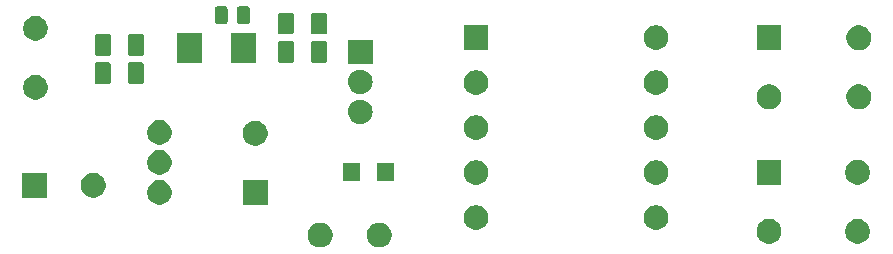
<source format=gbr>
G04 #@! TF.GenerationSoftware,KiCad,Pcbnew,5.1.5+dfsg1-2build2*
G04 #@! TF.CreationDate,2021-02-02T09:52:32+02:00*
G04 #@! TF.ProjectId,lm3488_dcdc,6c6d3334-3838-45f6-9463-64632e6b6963,rev?*
G04 #@! TF.SameCoordinates,Original*
G04 #@! TF.FileFunction,Soldermask,Top*
G04 #@! TF.FilePolarity,Negative*
%FSLAX46Y46*%
G04 Gerber Fmt 4.6, Leading zero omitted, Abs format (unit mm)*
G04 Created by KiCad (PCBNEW 5.1.5+dfsg1-2build2) date 2021-02-02 09:52:32*
%MOMM*%
%LPD*%
G04 APERTURE LIST*
%ADD10C,0.100000*%
G04 APERTURE END LIST*
D10*
G36*
X49306564Y-36489389D02*
G01*
X49497833Y-36568615D01*
X49497835Y-36568616D01*
X49669973Y-36683635D01*
X49816365Y-36830027D01*
X49858734Y-36893436D01*
X49931385Y-37002167D01*
X50010611Y-37193436D01*
X50051000Y-37396484D01*
X50051000Y-37603516D01*
X50010611Y-37806564D01*
X49984346Y-37869973D01*
X49931384Y-37997835D01*
X49816365Y-38169973D01*
X49669973Y-38316365D01*
X49497835Y-38431384D01*
X49497834Y-38431385D01*
X49497833Y-38431385D01*
X49306564Y-38510611D01*
X49103516Y-38551000D01*
X48896484Y-38551000D01*
X48693436Y-38510611D01*
X48502167Y-38431385D01*
X48502166Y-38431385D01*
X48502165Y-38431384D01*
X48330027Y-38316365D01*
X48183635Y-38169973D01*
X48068616Y-37997835D01*
X48015654Y-37869973D01*
X47989389Y-37806564D01*
X47949000Y-37603516D01*
X47949000Y-37396484D01*
X47989389Y-37193436D01*
X48068615Y-37002167D01*
X48141267Y-36893436D01*
X48183635Y-36830027D01*
X48330027Y-36683635D01*
X48502165Y-36568616D01*
X48502167Y-36568615D01*
X48693436Y-36489389D01*
X48896484Y-36449000D01*
X49103516Y-36449000D01*
X49306564Y-36489389D01*
G37*
G36*
X44306564Y-36489389D02*
G01*
X44497833Y-36568615D01*
X44497835Y-36568616D01*
X44669973Y-36683635D01*
X44816365Y-36830027D01*
X44858734Y-36893436D01*
X44931385Y-37002167D01*
X45010611Y-37193436D01*
X45051000Y-37396484D01*
X45051000Y-37603516D01*
X45010611Y-37806564D01*
X44984346Y-37869973D01*
X44931384Y-37997835D01*
X44816365Y-38169973D01*
X44669973Y-38316365D01*
X44497835Y-38431384D01*
X44497834Y-38431385D01*
X44497833Y-38431385D01*
X44306564Y-38510611D01*
X44103516Y-38551000D01*
X43896484Y-38551000D01*
X43693436Y-38510611D01*
X43502167Y-38431385D01*
X43502166Y-38431385D01*
X43502165Y-38431384D01*
X43330027Y-38316365D01*
X43183635Y-38169973D01*
X43068616Y-37997835D01*
X43015654Y-37869973D01*
X42989389Y-37806564D01*
X42949000Y-37603516D01*
X42949000Y-37396484D01*
X42989389Y-37193436D01*
X43068615Y-37002167D01*
X43141267Y-36893436D01*
X43183635Y-36830027D01*
X43330027Y-36683635D01*
X43502165Y-36568616D01*
X43502167Y-36568615D01*
X43693436Y-36489389D01*
X43896484Y-36449000D01*
X44103516Y-36449000D01*
X44306564Y-36489389D01*
G37*
G36*
X89806564Y-36189389D02*
G01*
X89997833Y-36268615D01*
X89997835Y-36268616D01*
X90169973Y-36383635D01*
X90316365Y-36530027D01*
X90423238Y-36689973D01*
X90431385Y-36702167D01*
X90510611Y-36893436D01*
X90551000Y-37096484D01*
X90551000Y-37303516D01*
X90510611Y-37506564D01*
X90470453Y-37603514D01*
X90431384Y-37697835D01*
X90316365Y-37869973D01*
X90169973Y-38016365D01*
X89997835Y-38131384D01*
X89997834Y-38131385D01*
X89997833Y-38131385D01*
X89806564Y-38210611D01*
X89603516Y-38251000D01*
X89396484Y-38251000D01*
X89193436Y-38210611D01*
X89002167Y-38131385D01*
X89002166Y-38131385D01*
X89002165Y-38131384D01*
X88830027Y-38016365D01*
X88683635Y-37869973D01*
X88568616Y-37697835D01*
X88529547Y-37603514D01*
X88489389Y-37506564D01*
X88449000Y-37303516D01*
X88449000Y-37096484D01*
X88489389Y-36893436D01*
X88568615Y-36702167D01*
X88576763Y-36689973D01*
X88683635Y-36530027D01*
X88830027Y-36383635D01*
X89002165Y-36268616D01*
X89002167Y-36268615D01*
X89193436Y-36189389D01*
X89396484Y-36149000D01*
X89603516Y-36149000D01*
X89806564Y-36189389D01*
G37*
G36*
X82306564Y-36189389D02*
G01*
X82497833Y-36268615D01*
X82497835Y-36268616D01*
X82669973Y-36383635D01*
X82816365Y-36530027D01*
X82923238Y-36689973D01*
X82931385Y-36702167D01*
X83010611Y-36893436D01*
X83051000Y-37096484D01*
X83051000Y-37303516D01*
X83010611Y-37506564D01*
X82970453Y-37603514D01*
X82931384Y-37697835D01*
X82816365Y-37869973D01*
X82669973Y-38016365D01*
X82497835Y-38131384D01*
X82497834Y-38131385D01*
X82497833Y-38131385D01*
X82306564Y-38210611D01*
X82103516Y-38251000D01*
X81896484Y-38251000D01*
X81693436Y-38210611D01*
X81502167Y-38131385D01*
X81502166Y-38131385D01*
X81502165Y-38131384D01*
X81330027Y-38016365D01*
X81183635Y-37869973D01*
X81068616Y-37697835D01*
X81029547Y-37603514D01*
X80989389Y-37506564D01*
X80949000Y-37303516D01*
X80949000Y-37096484D01*
X80989389Y-36893436D01*
X81068615Y-36702167D01*
X81076763Y-36689973D01*
X81183635Y-36530027D01*
X81330027Y-36383635D01*
X81502165Y-36268616D01*
X81502167Y-36268615D01*
X81693436Y-36189389D01*
X81896484Y-36149000D01*
X82103516Y-36149000D01*
X82306564Y-36189389D01*
G37*
G36*
X57506564Y-35009389D02*
G01*
X57697833Y-35088615D01*
X57697835Y-35088616D01*
X57869973Y-35203635D01*
X58016365Y-35350027D01*
X58131385Y-35522167D01*
X58210611Y-35713436D01*
X58251000Y-35916484D01*
X58251000Y-36123516D01*
X58210611Y-36326564D01*
X58186971Y-36383635D01*
X58131384Y-36517835D01*
X58016365Y-36689973D01*
X57869973Y-36836365D01*
X57697835Y-36951384D01*
X57697834Y-36951385D01*
X57697833Y-36951385D01*
X57506564Y-37030611D01*
X57303516Y-37071000D01*
X57096484Y-37071000D01*
X56893436Y-37030611D01*
X56702167Y-36951385D01*
X56702166Y-36951385D01*
X56702165Y-36951384D01*
X56530027Y-36836365D01*
X56383635Y-36689973D01*
X56268616Y-36517835D01*
X56213029Y-36383635D01*
X56189389Y-36326564D01*
X56149000Y-36123516D01*
X56149000Y-35916484D01*
X56189389Y-35713436D01*
X56268615Y-35522167D01*
X56383635Y-35350027D01*
X56530027Y-35203635D01*
X56702165Y-35088616D01*
X56702167Y-35088615D01*
X56893436Y-35009389D01*
X57096484Y-34969000D01*
X57303516Y-34969000D01*
X57506564Y-35009389D01*
G37*
G36*
X72746564Y-35009389D02*
G01*
X72937833Y-35088615D01*
X72937835Y-35088616D01*
X73109973Y-35203635D01*
X73256365Y-35350027D01*
X73371385Y-35522167D01*
X73450611Y-35713436D01*
X73491000Y-35916484D01*
X73491000Y-36123516D01*
X73450611Y-36326564D01*
X73426971Y-36383635D01*
X73371384Y-36517835D01*
X73256365Y-36689973D01*
X73109973Y-36836365D01*
X72937835Y-36951384D01*
X72937834Y-36951385D01*
X72937833Y-36951385D01*
X72746564Y-37030611D01*
X72543516Y-37071000D01*
X72336484Y-37071000D01*
X72133436Y-37030611D01*
X71942167Y-36951385D01*
X71942166Y-36951385D01*
X71942165Y-36951384D01*
X71770027Y-36836365D01*
X71623635Y-36689973D01*
X71508616Y-36517835D01*
X71453029Y-36383635D01*
X71429389Y-36326564D01*
X71389000Y-36123516D01*
X71389000Y-35916484D01*
X71429389Y-35713436D01*
X71508615Y-35522167D01*
X71623635Y-35350027D01*
X71770027Y-35203635D01*
X71942165Y-35088616D01*
X71942167Y-35088615D01*
X72133436Y-35009389D01*
X72336484Y-34969000D01*
X72543516Y-34969000D01*
X72746564Y-35009389D01*
G37*
G36*
X39551000Y-34951000D02*
G01*
X37449000Y-34951000D01*
X37449000Y-32849000D01*
X39551000Y-32849000D01*
X39551000Y-34951000D01*
G37*
G36*
X30706564Y-32889389D02*
G01*
X30897833Y-32968615D01*
X30897835Y-32968616D01*
X31069973Y-33083635D01*
X31216365Y-33230027D01*
X31237061Y-33261000D01*
X31331385Y-33402167D01*
X31410611Y-33593436D01*
X31451000Y-33796484D01*
X31451000Y-34003516D01*
X31410611Y-34206564D01*
X31367513Y-34310611D01*
X31331384Y-34397835D01*
X31216365Y-34569973D01*
X31069973Y-34716365D01*
X30897835Y-34831384D01*
X30897834Y-34831385D01*
X30897833Y-34831385D01*
X30706564Y-34910611D01*
X30503516Y-34951000D01*
X30296484Y-34951000D01*
X30093436Y-34910611D01*
X29902167Y-34831385D01*
X29902166Y-34831385D01*
X29902165Y-34831384D01*
X29730027Y-34716365D01*
X29583635Y-34569973D01*
X29468616Y-34397835D01*
X29432487Y-34310611D01*
X29389389Y-34206564D01*
X29349000Y-34003516D01*
X29349000Y-33796484D01*
X29389389Y-33593436D01*
X29468615Y-33402167D01*
X29562940Y-33261000D01*
X29583635Y-33230027D01*
X29730027Y-33083635D01*
X29902165Y-32968616D01*
X29902167Y-32968615D01*
X30093436Y-32889389D01*
X30296484Y-32849000D01*
X30503516Y-32849000D01*
X30706564Y-32889389D01*
G37*
G36*
X25106564Y-32289389D02*
G01*
X25297833Y-32368615D01*
X25297835Y-32368616D01*
X25469973Y-32483635D01*
X25616365Y-32630027D01*
X25661672Y-32697833D01*
X25731385Y-32802167D01*
X25810611Y-32993436D01*
X25851000Y-33196484D01*
X25851000Y-33403516D01*
X25810611Y-33606564D01*
X25731944Y-33796484D01*
X25731384Y-33797835D01*
X25616365Y-33969973D01*
X25469973Y-34116365D01*
X25297835Y-34231384D01*
X25297834Y-34231385D01*
X25297833Y-34231385D01*
X25106564Y-34310611D01*
X24903516Y-34351000D01*
X24696484Y-34351000D01*
X24493436Y-34310611D01*
X24302167Y-34231385D01*
X24302166Y-34231385D01*
X24302165Y-34231384D01*
X24130027Y-34116365D01*
X23983635Y-33969973D01*
X23868616Y-33797835D01*
X23868056Y-33796484D01*
X23789389Y-33606564D01*
X23749000Y-33403516D01*
X23749000Y-33196484D01*
X23789389Y-32993436D01*
X23868615Y-32802167D01*
X23938329Y-32697833D01*
X23983635Y-32630027D01*
X24130027Y-32483635D01*
X24302165Y-32368616D01*
X24302167Y-32368615D01*
X24493436Y-32289389D01*
X24696484Y-32249000D01*
X24903516Y-32249000D01*
X25106564Y-32289389D01*
G37*
G36*
X20851000Y-34351000D02*
G01*
X18749000Y-34351000D01*
X18749000Y-32249000D01*
X20851000Y-32249000D01*
X20851000Y-34351000D01*
G37*
G36*
X72746564Y-31199389D02*
G01*
X72913693Y-31268616D01*
X72937835Y-31278616D01*
X73109973Y-31393635D01*
X73256365Y-31540027D01*
X73364704Y-31702167D01*
X73371385Y-31712167D01*
X73450611Y-31903436D01*
X73491000Y-32106484D01*
X73491000Y-32313516D01*
X73450611Y-32516564D01*
X73403613Y-32630027D01*
X73371384Y-32707835D01*
X73256365Y-32879973D01*
X73109973Y-33026365D01*
X72937835Y-33141384D01*
X72937834Y-33141385D01*
X72937833Y-33141385D01*
X72746564Y-33220611D01*
X72543516Y-33261000D01*
X72336484Y-33261000D01*
X72133436Y-33220611D01*
X71942167Y-33141385D01*
X71942166Y-33141385D01*
X71942165Y-33141384D01*
X71770027Y-33026365D01*
X71623635Y-32879973D01*
X71508616Y-32707835D01*
X71476387Y-32630027D01*
X71429389Y-32516564D01*
X71389000Y-32313516D01*
X71389000Y-32106484D01*
X71429389Y-31903436D01*
X71508615Y-31712167D01*
X71515297Y-31702167D01*
X71623635Y-31540027D01*
X71770027Y-31393635D01*
X71942165Y-31278616D01*
X71966307Y-31268616D01*
X72133436Y-31199389D01*
X72336484Y-31159000D01*
X72543516Y-31159000D01*
X72746564Y-31199389D01*
G37*
G36*
X57506564Y-31199389D02*
G01*
X57673693Y-31268616D01*
X57697835Y-31278616D01*
X57869973Y-31393635D01*
X58016365Y-31540027D01*
X58124704Y-31702167D01*
X58131385Y-31712167D01*
X58210611Y-31903436D01*
X58251000Y-32106484D01*
X58251000Y-32313516D01*
X58210611Y-32516564D01*
X58163613Y-32630027D01*
X58131384Y-32707835D01*
X58016365Y-32879973D01*
X57869973Y-33026365D01*
X57697835Y-33141384D01*
X57697834Y-33141385D01*
X57697833Y-33141385D01*
X57506564Y-33220611D01*
X57303516Y-33261000D01*
X57096484Y-33261000D01*
X56893436Y-33220611D01*
X56702167Y-33141385D01*
X56702166Y-33141385D01*
X56702165Y-33141384D01*
X56530027Y-33026365D01*
X56383635Y-32879973D01*
X56268616Y-32707835D01*
X56236387Y-32630027D01*
X56189389Y-32516564D01*
X56149000Y-32313516D01*
X56149000Y-32106484D01*
X56189389Y-31903436D01*
X56268615Y-31712167D01*
X56275297Y-31702167D01*
X56383635Y-31540027D01*
X56530027Y-31393635D01*
X56702165Y-31278616D01*
X56726307Y-31268616D01*
X56893436Y-31199389D01*
X57096484Y-31159000D01*
X57303516Y-31159000D01*
X57506564Y-31199389D01*
G37*
G36*
X83051000Y-33251000D02*
G01*
X80949000Y-33251000D01*
X80949000Y-31149000D01*
X83051000Y-31149000D01*
X83051000Y-33251000D01*
G37*
G36*
X89806564Y-31189389D02*
G01*
X89997833Y-31268615D01*
X89997835Y-31268616D01*
X90012801Y-31278616D01*
X90169973Y-31383635D01*
X90316365Y-31530027D01*
X90431385Y-31702167D01*
X90510611Y-31893436D01*
X90551000Y-32096484D01*
X90551000Y-32303516D01*
X90510611Y-32506564D01*
X90506468Y-32516565D01*
X90431384Y-32697835D01*
X90316365Y-32869973D01*
X90169973Y-33016365D01*
X89997835Y-33131384D01*
X89997834Y-33131385D01*
X89997833Y-33131385D01*
X89806564Y-33210611D01*
X89603516Y-33251000D01*
X89396484Y-33251000D01*
X89193436Y-33210611D01*
X89002167Y-33131385D01*
X89002166Y-33131385D01*
X89002165Y-33131384D01*
X88830027Y-33016365D01*
X88683635Y-32869973D01*
X88568616Y-32697835D01*
X88493532Y-32516565D01*
X88489389Y-32506564D01*
X88449000Y-32303516D01*
X88449000Y-32096484D01*
X88489389Y-31893436D01*
X88568615Y-31702167D01*
X88683635Y-31530027D01*
X88830027Y-31383635D01*
X88987199Y-31278616D01*
X89002165Y-31268616D01*
X89002167Y-31268615D01*
X89193436Y-31189389D01*
X89396484Y-31149000D01*
X89603516Y-31149000D01*
X89806564Y-31189389D01*
G37*
G36*
X50251000Y-32951000D02*
G01*
X48849000Y-32951000D01*
X48849000Y-31449000D01*
X50251000Y-31449000D01*
X50251000Y-32951000D01*
G37*
G36*
X47351000Y-32951000D02*
G01*
X45949000Y-32951000D01*
X45949000Y-31449000D01*
X47351000Y-31449000D01*
X47351000Y-32951000D01*
G37*
G36*
X30706564Y-30349389D02*
G01*
X30897833Y-30428615D01*
X30897835Y-30428616D01*
X31069973Y-30543635D01*
X31216365Y-30690027D01*
X31331385Y-30862167D01*
X31410611Y-31053436D01*
X31451000Y-31256484D01*
X31451000Y-31463516D01*
X31410611Y-31666564D01*
X31331385Y-31857833D01*
X31331384Y-31857835D01*
X31216365Y-32029973D01*
X31069973Y-32176365D01*
X30897835Y-32291384D01*
X30897834Y-32291385D01*
X30897833Y-32291385D01*
X30706564Y-32370611D01*
X30503516Y-32411000D01*
X30296484Y-32411000D01*
X30093436Y-32370611D01*
X29902167Y-32291385D01*
X29902166Y-32291385D01*
X29902165Y-32291384D01*
X29730027Y-32176365D01*
X29583635Y-32029973D01*
X29468616Y-31857835D01*
X29468615Y-31857833D01*
X29389389Y-31666564D01*
X29349000Y-31463516D01*
X29349000Y-31256484D01*
X29389389Y-31053436D01*
X29468615Y-30862167D01*
X29583635Y-30690027D01*
X29730027Y-30543635D01*
X29902165Y-30428616D01*
X29902167Y-30428615D01*
X30093436Y-30349389D01*
X30296484Y-30309000D01*
X30503516Y-30309000D01*
X30706564Y-30349389D01*
G37*
G36*
X38806564Y-27889389D02*
G01*
X38997833Y-27968615D01*
X38997835Y-27968616D01*
X39169973Y-28083635D01*
X39316365Y-28230027D01*
X39377930Y-28322165D01*
X39431385Y-28402167D01*
X39510611Y-28593436D01*
X39551000Y-28796484D01*
X39551000Y-29003516D01*
X39510611Y-29206564D01*
X39431385Y-29397833D01*
X39431384Y-29397835D01*
X39316365Y-29569973D01*
X39169973Y-29716365D01*
X38997835Y-29831384D01*
X38997834Y-29831385D01*
X38997833Y-29831385D01*
X38806564Y-29910611D01*
X38603516Y-29951000D01*
X38396484Y-29951000D01*
X38193436Y-29910611D01*
X38002167Y-29831385D01*
X38002166Y-29831385D01*
X38002165Y-29831384D01*
X37830027Y-29716365D01*
X37683635Y-29569973D01*
X37568616Y-29397835D01*
X37568615Y-29397833D01*
X37489389Y-29206564D01*
X37449000Y-29003516D01*
X37449000Y-28796484D01*
X37489389Y-28593436D01*
X37568615Y-28402167D01*
X37622071Y-28322165D01*
X37683635Y-28230027D01*
X37830027Y-28083635D01*
X38002165Y-27968616D01*
X38002167Y-27968615D01*
X38193436Y-27889389D01*
X38396484Y-27849000D01*
X38603516Y-27849000D01*
X38806564Y-27889389D01*
G37*
G36*
X30706564Y-27809389D02*
G01*
X30897833Y-27888615D01*
X30897835Y-27888616D01*
X30898993Y-27889390D01*
X31069973Y-28003635D01*
X31216365Y-28150027D01*
X31331385Y-28322167D01*
X31410611Y-28513436D01*
X31451000Y-28716484D01*
X31451000Y-28923516D01*
X31410611Y-29126564D01*
X31373414Y-29216365D01*
X31331384Y-29317835D01*
X31216365Y-29489973D01*
X31069973Y-29636365D01*
X30897835Y-29751384D01*
X30897834Y-29751385D01*
X30897833Y-29751385D01*
X30706564Y-29830611D01*
X30503516Y-29871000D01*
X30296484Y-29871000D01*
X30093436Y-29830611D01*
X29902167Y-29751385D01*
X29902166Y-29751385D01*
X29902165Y-29751384D01*
X29730027Y-29636365D01*
X29583635Y-29489973D01*
X29468616Y-29317835D01*
X29426586Y-29216365D01*
X29389389Y-29126564D01*
X29349000Y-28923516D01*
X29349000Y-28716484D01*
X29389389Y-28513436D01*
X29468615Y-28322167D01*
X29583635Y-28150027D01*
X29730027Y-28003635D01*
X29901007Y-27889390D01*
X29902165Y-27888616D01*
X29902167Y-27888615D01*
X30093436Y-27809389D01*
X30296484Y-27769000D01*
X30503516Y-27769000D01*
X30706564Y-27809389D01*
G37*
G36*
X72746564Y-27389389D02*
G01*
X72931237Y-27465883D01*
X72937835Y-27468616D01*
X73109973Y-27583635D01*
X73256365Y-27730027D01*
X73371385Y-27902167D01*
X73450611Y-28093436D01*
X73491000Y-28296484D01*
X73491000Y-28503516D01*
X73450611Y-28706564D01*
X73446501Y-28716486D01*
X73371384Y-28897835D01*
X73256365Y-29069973D01*
X73109973Y-29216365D01*
X72937835Y-29331384D01*
X72937834Y-29331385D01*
X72937833Y-29331385D01*
X72746564Y-29410611D01*
X72543516Y-29451000D01*
X72336484Y-29451000D01*
X72133436Y-29410611D01*
X71942167Y-29331385D01*
X71942166Y-29331385D01*
X71942165Y-29331384D01*
X71770027Y-29216365D01*
X71623635Y-29069973D01*
X71508616Y-28897835D01*
X71433499Y-28716486D01*
X71429389Y-28706564D01*
X71389000Y-28503516D01*
X71389000Y-28296484D01*
X71429389Y-28093436D01*
X71508615Y-27902167D01*
X71623635Y-27730027D01*
X71770027Y-27583635D01*
X71942165Y-27468616D01*
X71948763Y-27465883D01*
X72133436Y-27389389D01*
X72336484Y-27349000D01*
X72543516Y-27349000D01*
X72746564Y-27389389D01*
G37*
G36*
X57506564Y-27389389D02*
G01*
X57691237Y-27465883D01*
X57697835Y-27468616D01*
X57869973Y-27583635D01*
X58016365Y-27730027D01*
X58131385Y-27902167D01*
X58210611Y-28093436D01*
X58251000Y-28296484D01*
X58251000Y-28503516D01*
X58210611Y-28706564D01*
X58206501Y-28716486D01*
X58131384Y-28897835D01*
X58016365Y-29069973D01*
X57869973Y-29216365D01*
X57697835Y-29331384D01*
X57697834Y-29331385D01*
X57697833Y-29331385D01*
X57506564Y-29410611D01*
X57303516Y-29451000D01*
X57096484Y-29451000D01*
X56893436Y-29410611D01*
X56702167Y-29331385D01*
X56702166Y-29331385D01*
X56702165Y-29331384D01*
X56530027Y-29216365D01*
X56383635Y-29069973D01*
X56268616Y-28897835D01*
X56193499Y-28716486D01*
X56189389Y-28706564D01*
X56149000Y-28503516D01*
X56149000Y-28296484D01*
X56189389Y-28093436D01*
X56268615Y-27902167D01*
X56383635Y-27730027D01*
X56530027Y-27583635D01*
X56702165Y-27468616D01*
X56708763Y-27465883D01*
X56893436Y-27389389D01*
X57096484Y-27349000D01*
X57303516Y-27349000D01*
X57506564Y-27389389D01*
G37*
G36*
X47545936Y-26081340D02*
G01*
X47644220Y-26091020D01*
X47833381Y-26148401D01*
X48007712Y-26241583D01*
X48160515Y-26366985D01*
X48285917Y-26519788D01*
X48379099Y-26694119D01*
X48436480Y-26883280D01*
X48455855Y-27080000D01*
X48436480Y-27276720D01*
X48379099Y-27465881D01*
X48285917Y-27640212D01*
X48160515Y-27793015D01*
X48007712Y-27918417D01*
X47833381Y-28011599D01*
X47644220Y-28068980D01*
X47545936Y-28078660D01*
X47496795Y-28083500D01*
X47303205Y-28083500D01*
X47254064Y-28078660D01*
X47155780Y-28068980D01*
X46966619Y-28011599D01*
X46792288Y-27918417D01*
X46639485Y-27793015D01*
X46514083Y-27640212D01*
X46420901Y-27465881D01*
X46363520Y-27276720D01*
X46344145Y-27080000D01*
X46363520Y-26883280D01*
X46420901Y-26694119D01*
X46514083Y-26519788D01*
X46639485Y-26366985D01*
X46792288Y-26241583D01*
X46966619Y-26148401D01*
X47155780Y-26091020D01*
X47254064Y-26081340D01*
X47303205Y-26076500D01*
X47496795Y-26076500D01*
X47545936Y-26081340D01*
G37*
G36*
X82306564Y-24789389D02*
G01*
X82497833Y-24868615D01*
X82497835Y-24868616D01*
X82583538Y-24925881D01*
X82669973Y-24983635D01*
X82816365Y-25130027D01*
X82931385Y-25302167D01*
X83010611Y-25493436D01*
X83051000Y-25696484D01*
X83051000Y-25903516D01*
X83010611Y-26106564D01*
X82993281Y-26148402D01*
X82931384Y-26297835D01*
X82816365Y-26469973D01*
X82669973Y-26616365D01*
X82497835Y-26731384D01*
X82497834Y-26731385D01*
X82497833Y-26731385D01*
X82306564Y-26810611D01*
X82103516Y-26851000D01*
X81896484Y-26851000D01*
X81693436Y-26810611D01*
X81502167Y-26731385D01*
X81502166Y-26731385D01*
X81502165Y-26731384D01*
X81330027Y-26616365D01*
X81183635Y-26469973D01*
X81068616Y-26297835D01*
X81006719Y-26148402D01*
X80989389Y-26106564D01*
X80949000Y-25903516D01*
X80949000Y-25696484D01*
X80989389Y-25493436D01*
X81068615Y-25302167D01*
X81183635Y-25130027D01*
X81330027Y-24983635D01*
X81416462Y-24925881D01*
X81502165Y-24868616D01*
X81502167Y-24868615D01*
X81693436Y-24789389D01*
X81896484Y-24749000D01*
X82103516Y-24749000D01*
X82306564Y-24789389D01*
G37*
G36*
X89906564Y-24789389D02*
G01*
X90097833Y-24868615D01*
X90097835Y-24868616D01*
X90183538Y-24925881D01*
X90269973Y-24983635D01*
X90416365Y-25130027D01*
X90531385Y-25302167D01*
X90610611Y-25493436D01*
X90651000Y-25696484D01*
X90651000Y-25903516D01*
X90610611Y-26106564D01*
X90593281Y-26148402D01*
X90531384Y-26297835D01*
X90416365Y-26469973D01*
X90269973Y-26616365D01*
X90097835Y-26731384D01*
X90097834Y-26731385D01*
X90097833Y-26731385D01*
X89906564Y-26810611D01*
X89703516Y-26851000D01*
X89496484Y-26851000D01*
X89293436Y-26810611D01*
X89102167Y-26731385D01*
X89102166Y-26731385D01*
X89102165Y-26731384D01*
X88930027Y-26616365D01*
X88783635Y-26469973D01*
X88668616Y-26297835D01*
X88606719Y-26148402D01*
X88589389Y-26106564D01*
X88549000Y-25903516D01*
X88549000Y-25696484D01*
X88589389Y-25493436D01*
X88668615Y-25302167D01*
X88783635Y-25130027D01*
X88930027Y-24983635D01*
X89016462Y-24925881D01*
X89102165Y-24868616D01*
X89102167Y-24868615D01*
X89293436Y-24789389D01*
X89496484Y-24749000D01*
X89703516Y-24749000D01*
X89906564Y-24789389D01*
G37*
G36*
X20206564Y-23989389D02*
G01*
X20397833Y-24068615D01*
X20397835Y-24068616D01*
X20569973Y-24183635D01*
X20716365Y-24330027D01*
X20820908Y-24486486D01*
X20831385Y-24502167D01*
X20910611Y-24693436D01*
X20951000Y-24896484D01*
X20951000Y-25103516D01*
X20910611Y-25306564D01*
X20869272Y-25406365D01*
X20831384Y-25497835D01*
X20716365Y-25669973D01*
X20569973Y-25816365D01*
X20397835Y-25931384D01*
X20397834Y-25931385D01*
X20397833Y-25931385D01*
X20206564Y-26010611D01*
X20003516Y-26051000D01*
X19796484Y-26051000D01*
X19593436Y-26010611D01*
X19402167Y-25931385D01*
X19402166Y-25931385D01*
X19402165Y-25931384D01*
X19230027Y-25816365D01*
X19083635Y-25669973D01*
X18968616Y-25497835D01*
X18930728Y-25406365D01*
X18889389Y-25306564D01*
X18849000Y-25103516D01*
X18849000Y-24896484D01*
X18889389Y-24693436D01*
X18968615Y-24502167D01*
X18979093Y-24486486D01*
X19083635Y-24330027D01*
X19230027Y-24183635D01*
X19402165Y-24068616D01*
X19402167Y-24068615D01*
X19593436Y-23989389D01*
X19796484Y-23949000D01*
X20003516Y-23949000D01*
X20206564Y-23989389D01*
G37*
G36*
X57506564Y-23579389D02*
G01*
X57697833Y-23658615D01*
X57697835Y-23658616D01*
X57869973Y-23773635D01*
X58016365Y-23920027D01*
X58131385Y-24092167D01*
X58210611Y-24283436D01*
X58251000Y-24486484D01*
X58251000Y-24693516D01*
X58210611Y-24896564D01*
X58174545Y-24983635D01*
X58131384Y-25087835D01*
X58016365Y-25259973D01*
X57869973Y-25406365D01*
X57697835Y-25521384D01*
X57697834Y-25521385D01*
X57697833Y-25521385D01*
X57506564Y-25600611D01*
X57303516Y-25641000D01*
X57096484Y-25641000D01*
X56893436Y-25600611D01*
X56702167Y-25521385D01*
X56702166Y-25521385D01*
X56702165Y-25521384D01*
X56530027Y-25406365D01*
X56383635Y-25259973D01*
X56268616Y-25087835D01*
X56225455Y-24983635D01*
X56189389Y-24896564D01*
X56149000Y-24693516D01*
X56149000Y-24486484D01*
X56189389Y-24283436D01*
X56268615Y-24092167D01*
X56383635Y-23920027D01*
X56530027Y-23773635D01*
X56702165Y-23658616D01*
X56702167Y-23658615D01*
X56893436Y-23579389D01*
X57096484Y-23539000D01*
X57303516Y-23539000D01*
X57506564Y-23579389D01*
G37*
G36*
X72746564Y-23579389D02*
G01*
X72937833Y-23658615D01*
X72937835Y-23658616D01*
X73109973Y-23773635D01*
X73256365Y-23920027D01*
X73371385Y-24092167D01*
X73450611Y-24283436D01*
X73491000Y-24486484D01*
X73491000Y-24693516D01*
X73450611Y-24896564D01*
X73414545Y-24983635D01*
X73371384Y-25087835D01*
X73256365Y-25259973D01*
X73109973Y-25406365D01*
X72937835Y-25521384D01*
X72937834Y-25521385D01*
X72937833Y-25521385D01*
X72746564Y-25600611D01*
X72543516Y-25641000D01*
X72336484Y-25641000D01*
X72133436Y-25600611D01*
X71942167Y-25521385D01*
X71942166Y-25521385D01*
X71942165Y-25521384D01*
X71770027Y-25406365D01*
X71623635Y-25259973D01*
X71508616Y-25087835D01*
X71465455Y-24983635D01*
X71429389Y-24896564D01*
X71389000Y-24693516D01*
X71389000Y-24486484D01*
X71429389Y-24283436D01*
X71508615Y-24092167D01*
X71623635Y-23920027D01*
X71770027Y-23773635D01*
X71942165Y-23658616D01*
X71942167Y-23658615D01*
X72133436Y-23579389D01*
X72336484Y-23539000D01*
X72543516Y-23539000D01*
X72746564Y-23579389D01*
G37*
G36*
X47545936Y-23541340D02*
G01*
X47644220Y-23551020D01*
X47833381Y-23608401D01*
X48007712Y-23701583D01*
X48160515Y-23826985D01*
X48285917Y-23979788D01*
X48379099Y-24154119D01*
X48436480Y-24343280D01*
X48455855Y-24540000D01*
X48436480Y-24736720D01*
X48379099Y-24925881D01*
X48285917Y-25100212D01*
X48160515Y-25253015D01*
X48007712Y-25378417D01*
X47833381Y-25471599D01*
X47644220Y-25528980D01*
X47545936Y-25538660D01*
X47496795Y-25543500D01*
X47303205Y-25543500D01*
X47254064Y-25538660D01*
X47155780Y-25528980D01*
X46966619Y-25471599D01*
X46792288Y-25378417D01*
X46639485Y-25253015D01*
X46514083Y-25100212D01*
X46420901Y-24925881D01*
X46363520Y-24736720D01*
X46344145Y-24540000D01*
X46363520Y-24343280D01*
X46420901Y-24154119D01*
X46514083Y-23979788D01*
X46639485Y-23826985D01*
X46792288Y-23701583D01*
X46966619Y-23608401D01*
X47155780Y-23551020D01*
X47254064Y-23541340D01*
X47303205Y-23536500D01*
X47496795Y-23536500D01*
X47545936Y-23541340D01*
G37*
G36*
X26118604Y-22878347D02*
G01*
X26155144Y-22889432D01*
X26188821Y-22907433D01*
X26218341Y-22931659D01*
X26242567Y-22961179D01*
X26260568Y-22994856D01*
X26271653Y-23031396D01*
X26276000Y-23075538D01*
X26276000Y-24524462D01*
X26271653Y-24568604D01*
X26260568Y-24605144D01*
X26242567Y-24638821D01*
X26218341Y-24668341D01*
X26188821Y-24692567D01*
X26155144Y-24710568D01*
X26118604Y-24721653D01*
X26074462Y-24726000D01*
X25125538Y-24726000D01*
X25081396Y-24721653D01*
X25044856Y-24710568D01*
X25011179Y-24692567D01*
X24981659Y-24668341D01*
X24957433Y-24638821D01*
X24939432Y-24605144D01*
X24928347Y-24568604D01*
X24924000Y-24524462D01*
X24924000Y-23075538D01*
X24928347Y-23031396D01*
X24939432Y-22994856D01*
X24957433Y-22961179D01*
X24981659Y-22931659D01*
X25011179Y-22907433D01*
X25044856Y-22889432D01*
X25081396Y-22878347D01*
X25125538Y-22874000D01*
X26074462Y-22874000D01*
X26118604Y-22878347D01*
G37*
G36*
X28918604Y-22878347D02*
G01*
X28955144Y-22889432D01*
X28988821Y-22907433D01*
X29018341Y-22931659D01*
X29042567Y-22961179D01*
X29060568Y-22994856D01*
X29071653Y-23031396D01*
X29076000Y-23075538D01*
X29076000Y-24524462D01*
X29071653Y-24568604D01*
X29060568Y-24605144D01*
X29042567Y-24638821D01*
X29018341Y-24668341D01*
X28988821Y-24692567D01*
X28955144Y-24710568D01*
X28918604Y-24721653D01*
X28874462Y-24726000D01*
X27925538Y-24726000D01*
X27881396Y-24721653D01*
X27844856Y-24710568D01*
X27811179Y-24692567D01*
X27781659Y-24668341D01*
X27757433Y-24638821D01*
X27739432Y-24605144D01*
X27728347Y-24568604D01*
X27724000Y-24524462D01*
X27724000Y-23075538D01*
X27728347Y-23031396D01*
X27739432Y-22994856D01*
X27757433Y-22961179D01*
X27781659Y-22931659D01*
X27811179Y-22907433D01*
X27844856Y-22889432D01*
X27881396Y-22878347D01*
X27925538Y-22874000D01*
X28874462Y-22874000D01*
X28918604Y-22878347D01*
G37*
G36*
X48451000Y-23003500D02*
G01*
X46349000Y-23003500D01*
X46349000Y-20996500D01*
X48451000Y-20996500D01*
X48451000Y-23003500D01*
G37*
G36*
X38551000Y-22951000D02*
G01*
X36449000Y-22951000D01*
X36449000Y-20399000D01*
X38551000Y-20399000D01*
X38551000Y-22951000D01*
G37*
G36*
X34001000Y-22951000D02*
G01*
X31899000Y-22951000D01*
X31899000Y-20399000D01*
X34001000Y-20399000D01*
X34001000Y-22951000D01*
G37*
G36*
X44418604Y-21078347D02*
G01*
X44455144Y-21089432D01*
X44488821Y-21107433D01*
X44518341Y-21131659D01*
X44542567Y-21161179D01*
X44560568Y-21194856D01*
X44571653Y-21231396D01*
X44576000Y-21275538D01*
X44576000Y-22724462D01*
X44571653Y-22768604D01*
X44560568Y-22805144D01*
X44542567Y-22838821D01*
X44518341Y-22868341D01*
X44488821Y-22892567D01*
X44455144Y-22910568D01*
X44418604Y-22921653D01*
X44374462Y-22926000D01*
X43425538Y-22926000D01*
X43381396Y-22921653D01*
X43344856Y-22910568D01*
X43311179Y-22892567D01*
X43281659Y-22868341D01*
X43257433Y-22838821D01*
X43239432Y-22805144D01*
X43228347Y-22768604D01*
X43224000Y-22724462D01*
X43224000Y-21275538D01*
X43228347Y-21231396D01*
X43239432Y-21194856D01*
X43257433Y-21161179D01*
X43281659Y-21131659D01*
X43311179Y-21107433D01*
X43344856Y-21089432D01*
X43381396Y-21078347D01*
X43425538Y-21074000D01*
X44374462Y-21074000D01*
X44418604Y-21078347D01*
G37*
G36*
X41618604Y-21078347D02*
G01*
X41655144Y-21089432D01*
X41688821Y-21107433D01*
X41718341Y-21131659D01*
X41742567Y-21161179D01*
X41760568Y-21194856D01*
X41771653Y-21231396D01*
X41776000Y-21275538D01*
X41776000Y-22724462D01*
X41771653Y-22768604D01*
X41760568Y-22805144D01*
X41742567Y-22838821D01*
X41718341Y-22868341D01*
X41688821Y-22892567D01*
X41655144Y-22910568D01*
X41618604Y-22921653D01*
X41574462Y-22926000D01*
X40625538Y-22926000D01*
X40581396Y-22921653D01*
X40544856Y-22910568D01*
X40511179Y-22892567D01*
X40481659Y-22868341D01*
X40457433Y-22838821D01*
X40439432Y-22805144D01*
X40428347Y-22768604D01*
X40424000Y-22724462D01*
X40424000Y-21275538D01*
X40428347Y-21231396D01*
X40439432Y-21194856D01*
X40457433Y-21161179D01*
X40481659Y-21131659D01*
X40511179Y-21107433D01*
X40544856Y-21089432D01*
X40581396Y-21078347D01*
X40625538Y-21074000D01*
X41574462Y-21074000D01*
X41618604Y-21078347D01*
G37*
G36*
X26118604Y-20478347D02*
G01*
X26155144Y-20489432D01*
X26188821Y-20507433D01*
X26218341Y-20531659D01*
X26242567Y-20561179D01*
X26260568Y-20594856D01*
X26271653Y-20631396D01*
X26276000Y-20675538D01*
X26276000Y-22124462D01*
X26271653Y-22168604D01*
X26260568Y-22205144D01*
X26242567Y-22238821D01*
X26218341Y-22268341D01*
X26188821Y-22292567D01*
X26155144Y-22310568D01*
X26118604Y-22321653D01*
X26074462Y-22326000D01*
X25125538Y-22326000D01*
X25081396Y-22321653D01*
X25044856Y-22310568D01*
X25011179Y-22292567D01*
X24981659Y-22268341D01*
X24957433Y-22238821D01*
X24939432Y-22205144D01*
X24928347Y-22168604D01*
X24924000Y-22124462D01*
X24924000Y-20675538D01*
X24928347Y-20631396D01*
X24939432Y-20594856D01*
X24957433Y-20561179D01*
X24981659Y-20531659D01*
X25011179Y-20507433D01*
X25044856Y-20489432D01*
X25081396Y-20478347D01*
X25125538Y-20474000D01*
X26074462Y-20474000D01*
X26118604Y-20478347D01*
G37*
G36*
X28918604Y-20478347D02*
G01*
X28955144Y-20489432D01*
X28988821Y-20507433D01*
X29018341Y-20531659D01*
X29042567Y-20561179D01*
X29060568Y-20594856D01*
X29071653Y-20631396D01*
X29076000Y-20675538D01*
X29076000Y-22124462D01*
X29071653Y-22168604D01*
X29060568Y-22205144D01*
X29042567Y-22238821D01*
X29018341Y-22268341D01*
X28988821Y-22292567D01*
X28955144Y-22310568D01*
X28918604Y-22321653D01*
X28874462Y-22326000D01*
X27925538Y-22326000D01*
X27881396Y-22321653D01*
X27844856Y-22310568D01*
X27811179Y-22292567D01*
X27781659Y-22268341D01*
X27757433Y-22238821D01*
X27739432Y-22205144D01*
X27728347Y-22168604D01*
X27724000Y-22124462D01*
X27724000Y-20675538D01*
X27728347Y-20631396D01*
X27739432Y-20594856D01*
X27757433Y-20561179D01*
X27781659Y-20531659D01*
X27811179Y-20507433D01*
X27844856Y-20489432D01*
X27881396Y-20478347D01*
X27925538Y-20474000D01*
X28874462Y-20474000D01*
X28918604Y-20478347D01*
G37*
G36*
X89906564Y-19789389D02*
G01*
X90097833Y-19868615D01*
X90097835Y-19868616D01*
X90269973Y-19983635D01*
X90416365Y-20130027D01*
X90518022Y-20282167D01*
X90531385Y-20302167D01*
X90610611Y-20493436D01*
X90651000Y-20696484D01*
X90651000Y-20903516D01*
X90610611Y-21106564D01*
X90574039Y-21194856D01*
X90531384Y-21297835D01*
X90416365Y-21469973D01*
X90269973Y-21616365D01*
X90097835Y-21731384D01*
X90097834Y-21731385D01*
X90097833Y-21731385D01*
X89906564Y-21810611D01*
X89703516Y-21851000D01*
X89496484Y-21851000D01*
X89293436Y-21810611D01*
X89102167Y-21731385D01*
X89102166Y-21731385D01*
X89102165Y-21731384D01*
X88930027Y-21616365D01*
X88783635Y-21469973D01*
X88668616Y-21297835D01*
X88625961Y-21194856D01*
X88589389Y-21106564D01*
X88549000Y-20903516D01*
X88549000Y-20696484D01*
X88589389Y-20493436D01*
X88668615Y-20302167D01*
X88681979Y-20282167D01*
X88783635Y-20130027D01*
X88930027Y-19983635D01*
X89102165Y-19868616D01*
X89102167Y-19868615D01*
X89293436Y-19789389D01*
X89496484Y-19749000D01*
X89703516Y-19749000D01*
X89906564Y-19789389D01*
G37*
G36*
X83051000Y-21851000D02*
G01*
X80949000Y-21851000D01*
X80949000Y-19749000D01*
X83051000Y-19749000D01*
X83051000Y-21851000D01*
G37*
G36*
X72746564Y-19769389D02*
G01*
X72937833Y-19848615D01*
X72937835Y-19848616D01*
X72967767Y-19868616D01*
X73109973Y-19963635D01*
X73256365Y-20110027D01*
X73371385Y-20282167D01*
X73450611Y-20473436D01*
X73491000Y-20676484D01*
X73491000Y-20883516D01*
X73450611Y-21086564D01*
X73371385Y-21277833D01*
X73371384Y-21277835D01*
X73256365Y-21449973D01*
X73109973Y-21596365D01*
X72937835Y-21711384D01*
X72937834Y-21711385D01*
X72937833Y-21711385D01*
X72746564Y-21790611D01*
X72543516Y-21831000D01*
X72336484Y-21831000D01*
X72133436Y-21790611D01*
X71942167Y-21711385D01*
X71942166Y-21711385D01*
X71942165Y-21711384D01*
X71770027Y-21596365D01*
X71623635Y-21449973D01*
X71508616Y-21277835D01*
X71508615Y-21277833D01*
X71429389Y-21086564D01*
X71389000Y-20883516D01*
X71389000Y-20676484D01*
X71429389Y-20473436D01*
X71508615Y-20282167D01*
X71623635Y-20110027D01*
X71770027Y-19963635D01*
X71912233Y-19868616D01*
X71942165Y-19848616D01*
X71942167Y-19848615D01*
X72133436Y-19769389D01*
X72336484Y-19729000D01*
X72543516Y-19729000D01*
X72746564Y-19769389D01*
G37*
G36*
X58251000Y-21831000D02*
G01*
X56149000Y-21831000D01*
X56149000Y-19729000D01*
X58251000Y-19729000D01*
X58251000Y-21831000D01*
G37*
G36*
X20206564Y-18989389D02*
G01*
X20397833Y-19068615D01*
X20397835Y-19068616D01*
X20569973Y-19183635D01*
X20716365Y-19330027D01*
X20831385Y-19502167D01*
X20910611Y-19693436D01*
X20951000Y-19896484D01*
X20951000Y-20103516D01*
X20910611Y-20306564D01*
X20838594Y-20480429D01*
X20831384Y-20497835D01*
X20716365Y-20669973D01*
X20569973Y-20816365D01*
X20397835Y-20931384D01*
X20397834Y-20931385D01*
X20397833Y-20931385D01*
X20206564Y-21010611D01*
X20003516Y-21051000D01*
X19796484Y-21051000D01*
X19593436Y-21010611D01*
X19402167Y-20931385D01*
X19402166Y-20931385D01*
X19402165Y-20931384D01*
X19230027Y-20816365D01*
X19083635Y-20669973D01*
X18968616Y-20497835D01*
X18961406Y-20480429D01*
X18889389Y-20306564D01*
X18849000Y-20103516D01*
X18849000Y-19896484D01*
X18889389Y-19693436D01*
X18968615Y-19502167D01*
X19083635Y-19330027D01*
X19230027Y-19183635D01*
X19402165Y-19068616D01*
X19402167Y-19068615D01*
X19593436Y-18989389D01*
X19796484Y-18949000D01*
X20003516Y-18949000D01*
X20206564Y-18989389D01*
G37*
G36*
X41618604Y-18678347D02*
G01*
X41655144Y-18689432D01*
X41688821Y-18707433D01*
X41718341Y-18731659D01*
X41742567Y-18761179D01*
X41760568Y-18794856D01*
X41771653Y-18831396D01*
X41776000Y-18875538D01*
X41776000Y-20324462D01*
X41771653Y-20368604D01*
X41760568Y-20405144D01*
X41742567Y-20438821D01*
X41718341Y-20468341D01*
X41688821Y-20492567D01*
X41655144Y-20510568D01*
X41618604Y-20521653D01*
X41574462Y-20526000D01*
X40625538Y-20526000D01*
X40581396Y-20521653D01*
X40544856Y-20510568D01*
X40511179Y-20492567D01*
X40481659Y-20468341D01*
X40457433Y-20438821D01*
X40439432Y-20405144D01*
X40428347Y-20368604D01*
X40424000Y-20324462D01*
X40424000Y-18875538D01*
X40428347Y-18831396D01*
X40439432Y-18794856D01*
X40457433Y-18761179D01*
X40481659Y-18731659D01*
X40511179Y-18707433D01*
X40544856Y-18689432D01*
X40581396Y-18678347D01*
X40625538Y-18674000D01*
X41574462Y-18674000D01*
X41618604Y-18678347D01*
G37*
G36*
X44418604Y-18678347D02*
G01*
X44455144Y-18689432D01*
X44488821Y-18707433D01*
X44518341Y-18731659D01*
X44542567Y-18761179D01*
X44560568Y-18794856D01*
X44571653Y-18831396D01*
X44576000Y-18875538D01*
X44576000Y-20324462D01*
X44571653Y-20368604D01*
X44560568Y-20405144D01*
X44542567Y-20438821D01*
X44518341Y-20468341D01*
X44488821Y-20492567D01*
X44455144Y-20510568D01*
X44418604Y-20521653D01*
X44374462Y-20526000D01*
X43425538Y-20526000D01*
X43381396Y-20521653D01*
X43344856Y-20510568D01*
X43311179Y-20492567D01*
X43281659Y-20468341D01*
X43257433Y-20438821D01*
X43239432Y-20405144D01*
X43228347Y-20368604D01*
X43224000Y-20324462D01*
X43224000Y-18875538D01*
X43228347Y-18831396D01*
X43239432Y-18794856D01*
X43257433Y-18761179D01*
X43281659Y-18731659D01*
X43311179Y-18707433D01*
X43344856Y-18689432D01*
X43381396Y-18678347D01*
X43425538Y-18674000D01*
X44374462Y-18674000D01*
X44418604Y-18678347D01*
G37*
G36*
X37871968Y-18153565D02*
G01*
X37910638Y-18165296D01*
X37946277Y-18184346D01*
X37977517Y-18209983D01*
X38003154Y-18241223D01*
X38022204Y-18276862D01*
X38033935Y-18315532D01*
X38038500Y-18361888D01*
X38038500Y-19438112D01*
X38033935Y-19484468D01*
X38022204Y-19523138D01*
X38003154Y-19558777D01*
X37977517Y-19590017D01*
X37946277Y-19615654D01*
X37910638Y-19634704D01*
X37871968Y-19646435D01*
X37825612Y-19651000D01*
X37174388Y-19651000D01*
X37128032Y-19646435D01*
X37089362Y-19634704D01*
X37053723Y-19615654D01*
X37022483Y-19590017D01*
X36996846Y-19558777D01*
X36977796Y-19523138D01*
X36966065Y-19484468D01*
X36961500Y-19438112D01*
X36961500Y-18361888D01*
X36966065Y-18315532D01*
X36977796Y-18276862D01*
X36996846Y-18241223D01*
X37022483Y-18209983D01*
X37053723Y-18184346D01*
X37089362Y-18165296D01*
X37128032Y-18153565D01*
X37174388Y-18149000D01*
X37825612Y-18149000D01*
X37871968Y-18153565D01*
G37*
G36*
X35996968Y-18153565D02*
G01*
X36035638Y-18165296D01*
X36071277Y-18184346D01*
X36102517Y-18209983D01*
X36128154Y-18241223D01*
X36147204Y-18276862D01*
X36158935Y-18315532D01*
X36163500Y-18361888D01*
X36163500Y-19438112D01*
X36158935Y-19484468D01*
X36147204Y-19523138D01*
X36128154Y-19558777D01*
X36102517Y-19590017D01*
X36071277Y-19615654D01*
X36035638Y-19634704D01*
X35996968Y-19646435D01*
X35950612Y-19651000D01*
X35299388Y-19651000D01*
X35253032Y-19646435D01*
X35214362Y-19634704D01*
X35178723Y-19615654D01*
X35147483Y-19590017D01*
X35121846Y-19558777D01*
X35102796Y-19523138D01*
X35091065Y-19484468D01*
X35086500Y-19438112D01*
X35086500Y-18361888D01*
X35091065Y-18315532D01*
X35102796Y-18276862D01*
X35121846Y-18241223D01*
X35147483Y-18209983D01*
X35178723Y-18184346D01*
X35214362Y-18165296D01*
X35253032Y-18153565D01*
X35299388Y-18149000D01*
X35950612Y-18149000D01*
X35996968Y-18153565D01*
G37*
M02*

</source>
